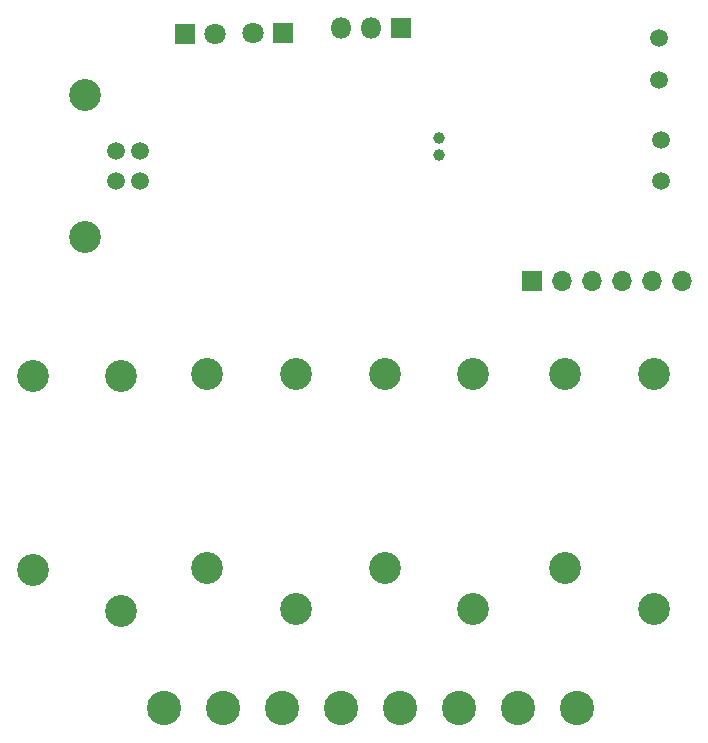
<source format=gbs>
G04 #@! TF.GenerationSoftware,KiCad,Pcbnew,(2017-01-27 revision d0c46a8)-makepkg*
G04 #@! TF.CreationDate,2017-03-06T20:45:13-05:00*
G04 #@! TF.ProjectId,reflowoven,7265666C6F776F76656E2E6B69636164,rev?*
G04 #@! TF.FileFunction,Soldermask,Bot*
G04 #@! TF.FilePolarity,Negative*
%FSLAX46Y46*%
G04 Gerber Fmt 4.6, Leading zero omitted, Abs format (unit mm)*
G04 Created by KiCad (PCBNEW (2017-01-27 revision d0c46a8)-makepkg) date 03/06/17 20:45:13*
%MOMM*%
%LPD*%
G01*
G04 APERTURE LIST*
%ADD10C,0.150000*%
%ADD11O,1.800000X1.800000*%
%ADD12R,1.800000X1.800000*%
%ADD13C,2.700000*%
%ADD14O,1.700000X1.700000*%
%ADD15R,1.700000X1.700000*%
%ADD16C,1.500000*%
%ADD17C,2.900000*%
%ADD18C,1.800000*%
%ADD19C,1.520000*%
%ADD20C,1.000000*%
G04 APERTURE END LIST*
D10*
D11*
X158902400Y-150469600D03*
X161442400Y-150469600D03*
D12*
X163982400Y-150469600D03*
D13*
X155083200Y-199637200D03*
X147583200Y-196137200D03*
X147583200Y-179737200D03*
X155083200Y-179737200D03*
X140325800Y-179889600D03*
X132825800Y-179889600D03*
X132825800Y-196289600D03*
X140325800Y-199789600D03*
D14*
X187756800Y-171881800D03*
X185216800Y-171881800D03*
X182676800Y-171881800D03*
X180136800Y-171881800D03*
X177596800Y-171881800D03*
D15*
X175056800Y-171881800D03*
D13*
X185410800Y-179737200D03*
X177910800Y-179737200D03*
X177910800Y-196137200D03*
X185410800Y-199637200D03*
D16*
X185978800Y-163418400D03*
X185978800Y-159918400D03*
X185851800Y-151310400D03*
X185851800Y-154810400D03*
D17*
X178902400Y-208026000D03*
X173902400Y-208026000D03*
X168902400Y-208026000D03*
X163902400Y-208026000D03*
X158902400Y-208026000D03*
X153902400Y-208026000D03*
X148902400Y-208026000D03*
X143902400Y-208026000D03*
D13*
X170120000Y-179737200D03*
X162620000Y-179737200D03*
X162620000Y-196137200D03*
X170120000Y-199637200D03*
D18*
X151434800Y-150901400D03*
D12*
X153974800Y-150901400D03*
D13*
X137209800Y-168102800D03*
X137209800Y-156102800D03*
D19*
X139909800Y-160832800D03*
X139909800Y-163372800D03*
X141909800Y-163372800D03*
X141909800Y-160832800D03*
D18*
X148285200Y-150952200D03*
D12*
X145745200Y-150952200D03*
D20*
X167182800Y-159715200D03*
X167182800Y-161215200D03*
M02*

</source>
